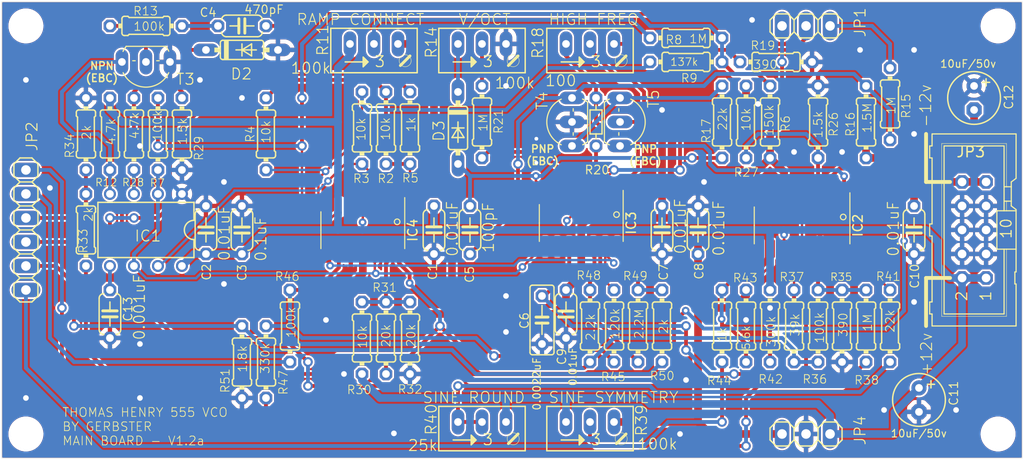
<source format=kicad_pcb>
(kicad_pcb (version 20211014) (generator pcbnew)
  (layers (0 "F.Cu" signal) (31 "B.Cu" signal) (34 "B.Paste" user) (35 "F.Paste" user) (36 "B.SilkS" user "B.Silkscreen") (37 "F.SilkS" user "F.Silkscreen") (38 "B.Mask" user) (39 "F.Mask" user) (44 "Edge.Cuts" user))
  (net 0 "")
  (net 1 "GND")
  (net 2 "+12V")
  (net 3 "-12V")
  (net 4 "Net-(IC2-Pad1)")
  (net 6 "Net-(IC2-Pad3)")
  (net 7 "Net-(IC2-Pad4)")
  (net 8 "Net-(C6-Pad1)")
  (net 9 "Net-(IC2-Pad9)")
  (net 10 "Net-(IC2-Pad10)")
  (net 11 "Net-(IC2-Pad13)")
  (net 13 "Net-(IC2-Pad16)")
  (net 14 "Net-(IC3-Pad1)")
  (net 15 "/MULTI-IN")
  (net 16 "Net-(C5-Pad1)")
  (net 17 "Net-(C5-Pad2)")
  (net 18 "Net-(IC1-Pad2)")
  (net 19 "Net-(IC3-Pad12)")
  (net 20 "Net-(IC3-Pad13)")
  (net 21 "Net-(IC3-Pad14)")
  (net 22 "Net-(IC4-Pad1)")
  (net 23 "Net-(IC4-Pad2)")
  (net 24 "Net-(IC1-Pad7)")
  (net 25 "Net-(IC4-Pad6)")
  (net 26 "Net-(IC4-Pad7)")
  (net 27 "Net-(IC4-Pad9)")
  (net 28 "Net-(IC4-Pad13)")
  (net 29 "Net-(IC4-Pad14)")
  (net 30 "/HARD-SYNC-IN")
  (net 31 "Net-(C4-Pad2)")
  (net 32 "Net-(C13-Pad2)")
  (net 33 "Net-(D2-PadC)")
  (net 34 "Net-(D3-PadC)")
  (net 35 "Net-(IC1-Pad3)")
  (net 36 "Net-(IC1-Pad4)")
  (net 37 "/LIN-FM")
  (net 38 "/SINE-OUT")
  (net 39 "/PULSE-OUT")
  (net 40 "/RAMP-OUT")
  (net 41 "/TRIANGLE-OUT")
  (net 42 "/PWM-IN")
  (net 43 "/PULSE-WIDTH")
  (net 44 "Net-(R11-PadS)")
  (net 45 "Net-(R14-PadS)")
  (net 46 "Net-(R17-Pad2)")
  (net 47 "Net-(R18-PadA)")
  (net 48 "Net-(R18-PadS)")
  (net 49 "Net-(R38-Pad1)")
  (net 50 "Net-(R40-PadE)")
  (footprint "" (layer "F.Cu") (at 199.9361 126.5936)
    (fp_text reference "@HOLE2" hide)
    (fp_text value "")
  )
  (footprint "mainboard:0204_7" (layer "F.Cu") (at 161.8361 115.1636 90)
    (fp_text reference "R49")
    (fp_text value "2.2M")
  )
  (footprint "Package_SO:SOIC-14_3.9x8.7mm_P1.27mm" (layer "F.Cu") (at 132.715 105.029 -90)
    (fp_text reference "IC4")
    (fp_text value "TL074P")
  )
  (footprint "mainboard:0204_7" (layer "F.Cu") (at 170.7261 115.1636 -90)
    (fp_text reference "R44")
    (fp_text value "1k")
  )
  (footprint "mainboard:C050-024X044" (layer "F.Cu") (at 168.1861 105.0036 90)
    (fp_text reference "C8")
    (fp_text value "0.01uF")
  )
  (footprint "mainboard:E2,5-6" (layer "F.Cu") (at 197.3961 91.0336 -90)
    (fp_text reference "C12")
    (fp_text value "10uF/50v")
  )
  (footprint "mainboard:0204_7" (layer "F.Cu") (at 156.7561 115.1636 -90)
    (fp_text reference "R48")
    (fp_text value "2.2k")
  )
  (footprint "mainboard:1X03" (layer "F.Cu") (at 179.6161 126.5936 180)
    (fp_text reference "JP4")
    (fp_text value "PINHD-1X3")
  )
  (footprint "mainboard:0204_7" (layer "F.Cu") (at 173.2661 115.1636 -90)
    (fp_text reference "R43")
    (fp_text value "5.6k")
  )
  (footprint "mainboard:ML10" (layer "F.Cu") (at 197.3961 105.0036 90)
    (fp_text reference "JP3")
    (fp_text value "ML10")
  )
  (footprint "mainboard:0204_7" (layer "F.Cu") (at 122.4661 94.8436 90)
    (fp_text reference "R4")
    (fp_text value "10k")
  )
  (footprint "mainboard:0204_7" (layer "F.Cu") (at 180.8861 93.5736 -90)
    (fp_text reference "R26")
    (fp_text value "1.5k")
  )
  (footprint "mainboard:RJ9W" (layer "F.Cu") (at 156.7561 85.9536)
    (fp_text reference "R18")
    (fp_text value "100")
  )
  (footprint "mainboard:C050-024X044" (layer "F.Cu") (at 119.9261 105.0036 -90)
    (fp_text reference "C3")
    (fp_text value "0.1uF")
  )
  (footprint "" (layer "F.Cu") (at 97.0661 83.4136)
    (fp_text reference "@HOLE0" hide)
    (fp_text value "")
  )
  (footprint "Package_SO:SOIC-14_3.9x8.7mm_P1.27mm" (layer "F.Cu") (at 155.829 104.267 -90)
    (fp_text reference "IC3")
    (fp_text value "TL074P")
  )
  (footprint "mainboard:0204_7" (layer "F.Cu") (at 122.4661 118.9736 90)
    (fp_text reference "R47")
    (fp_text value "330k")
  )
  (footprint "mainboard:0204_7" (layer "F.Cu") (at 175.8061 115.1636 -90)
    (fp_text reference "R42")
    (fp_text value "300k")
  )
  (footprint "mainboard:C050-024X044" (layer "F.Cu") (at 164.3761 105.0036 90)
    (fp_text reference "C7")
    (fp_text value "0.01uF")
  )
  (footprint "mainboard:0204_7" (layer "F.Cu") (at 135.1661 94.2086 -90)
    (fp_text reference "R2")
    (fp_text value "10k")
  )
  (footprint "mainboard:0204_7" (layer "F.Cu") (at 170.7261 93.5736 90)
    (fp_text reference "R17")
    (fp_text value "22k")
  )
  (footprint "mainboard:0204_7" (layer "F.Cu") (at 166.9161 84.6836 180)
    (fp_text reference "R8")
    (fp_text value "1M")
  )
  (footprint "mainboard:0204_7" (layer "F.Cu") (at 173.2661 93.5736 90)
    (fp_text reference "R27")
    (fp_text value "10k")
  )
  (footprint "mainboard:0204_7" (layer "F.Cu") (at 132.6261 94.2086 -90)
    (fp_text reference "R3")
    (fp_text value "10k")
  )
  (footprint "mainboard:DO35-7" (layer "F.Cu") (at 142.7861 94.2086 -90)
    (fp_text reference "D3")
    (fp_text value "1N4148DO35-7")
  )
  (footprint "mainboard:C050-024X044" (layer "F.Cu") (at 116.1161 105.0036 -90)
    (fp_text reference "C2")
    (fp_text value "0.01uF")
  )
  (footprint "Package_SO:SOIC-16_3.9x9.9mm_P1.27mm" (layer "F.Cu") (at 179.197 104.521 -90)
    (fp_text reference "IC2")
    (fp_text value "LM13700N")
  )
  (footprint "mainboard:0204_7" (layer "F.Cu") (at 145.3261 93.5736 -90)
    (fp_text reference "R21")
    (fp_text value "1M")
  )
  (footprint "mainboard:0204_7" (layer "F.Cu") (at 188.5061 91.6686 -90)
    (fp_text reference "R15")
    (fp_text value "1M")
  )
  (footprint "mainboard:0204_7" (layer "F.Cu") (at 111.0361 94.8436 90)
    (fp_text reference "R7")
    (fp_text value "100k")
  )
  (footprint "mainboard:0204_7" (layer "F.Cu") (at 185.9661 115.1636 90)
    (fp_text reference "R38")
    (fp_text value "1M")
  )
  (footprint "mainboard:C050-025X075" (layer "F.Cu") (at 151.6761 114.5286 -90)
    (fp_text reference "C6")
    (fp_text value "0.0022uF")
  )
  (footprint "mainboard:0204_7" (layer "F.Cu") (at 103.4161 105.0036 90)
    (fp_text reference "R33")
    (fp_text value "2k")
  )
  (footprint "mainboard:0204_7" (layer "F.Cu") (at 137.7061 116.4336 90)
    (fp_text reference "R32")
    (fp_text value "20k")
  )
  (footprint "" (layer "F.Cu") (at 97.0661 126.5936)
    (fp_text reference "@HOLE1" hide)
    (fp_text value "")
  )
  (footprint "mainboard:C050-024X044" (layer "F.Cu") (at 105.9561 113.8936 90)
    (fp_text reference "C13")
    (fp_text value "0.001uF")
  )
  (footprint "mainboard:0204_7" (layer "F.Cu") (at 132.6261 116.4336 90)
    (fp_text reference "R30")
    (fp_text value "10k")
  )
  (footprint "mainboard:C050-024X044" (layer "F.Cu") (at 119.9261 83.4136 180)
    (fp_text reference "C4")
    (fp_text value "470pF")
  )
  (footprint "mainboard:C050-024X044" (layer "F.Cu") (at 154.2161 113.8936 -90)
    (fp_text reference "C9")
    (fp_text value "0.01uF")
  )
  (footprint "mainboard:0204_7" (layer "F.Cu") (at 166.9161 87.2236 180)
    (fp_text reference "R9")
    (fp_text value "137k")
  )
  (footprint "mainboard:C050-024X044" (layer "F.Cu") (at 144.0561 105.0036 90)
    (fp_text reference "C5")
    (fp_text value "100pF")
  )
  (footprint "mainboard:0204_7" (layer "F.Cu") (at 164.3761 115.1636 -90)
    (fp_text reference "R50")
    (fp_text value "2k")
  )
  (footprint "mainboard:0204_7" (layer "F.Cu") (at 178.3461 115.1636 90)
    (fp_text reference "R37")
    (fp_text value "39k")
  )
  (footprint "mainboard:TO92-EBC" (layer "F.Cu") (at 109.7661 88.4936 180)
    (fp_text reference "T3")
    (fp_text value "-NPN-TO92-EBC")
  )
  (footprint "mainboard:0204_7" (layer "F.Cu") (at 135.1661 116.4336 -90)
    (fp_text reference "R31")
    (fp_text value "20k")
  )
  (footprint "mainboard:0204_7" (layer "F.Cu") (at 125.0061 115.1636 90)
    (fp_text reference "R46")
    (fp_text value "100k")
  )
  (footprint "mainboard:0204_7" (layer "F.Cu") (at 188.5061 115.1636 90)
    (fp_text reference "R41")
    (fp_text value "22k")
  )
  (footprint "mainboard:RJ9W" (layer "F.Cu") (at 156.7561 125.9586)
    (fp_text reference "R39")
    (fp_text value "100k")
  )
  (footprint "mainboard:0204_7" (layer "F.Cu") (at 105.9561 94.8436 90)
    (fp_text reference "R12")
    (fp_text value "4.7k")
  )
  (footprint "mainboard:0204_7" (layer "F.Cu") (at 103.4161 94.8436 -90)
    (fp_text reference "R34")
    (fp_text value "2k")
  )
  (footprint "mainboard:TO92-EBC" (layer "F.Cu") (at 153.5811 93.5736 90)
    (fp_text reference "T4")
    (fp_text value "-PNP-TO92-EBC")
  )
  (footprint "mainboard:C050-024X044" (layer "F.Cu") (at 191.0461 105.0036 -90)
    (fp_text reference "C10")
    (fp_text value "0.01uF")
  )
  (footprint "mainboard:0204_7" (layer "F.Cu") (at 137.7061 94.2086 90)
    (fp_text reference "R5")
    (fp_text value "1k")
  )
  (footprint "mainboard:DO35-7" (layer "F.Cu") (at 119.9261 85.9536)
    (fp_text reference "D2")
    (fp_text value "1N4148DO35-7")
  )
  (footprint "mainboard:1X03" (layer "F.Cu") (at 179.6161 83.4136)
    (fp_text reference "JP1")
    (fp_text value "PINHD-1X3")
  )
  (footprint "mainboard:0204_7" (layer "F.Cu") (at 180.8861 115.1636 -90)
    (fp_text reference "R36")
    (fp_text value "100k")
  )
  (footprint "mainboard:E2,5-6" (layer "F.Cu") (at 191.5668 122.9868 -90)
    (fp_text reference "C11")
    (fp_text value "10uF/50v")
  )
  (footprint "mainboard:0204_7" (layer "F.Cu") (at 176.4411 87.2236 180)
    (fp_text reference "R19")
    (fp_text value "390")
  )
  (footprint "mainboard:RJ9W" (layer "F.Cu") (at 145.3261 125.9586)
    (fp_text reference "R40")
    (fp_text value "25k")
  )
  (footprint "mainboard:0204_7" (layer "F.Cu") (at 119.9261 118.9736 90)
    (fp_text reference "R51")
    (fp_text value "1.8k")
  )
  (footprint "mainboard:0204_7" (layer "F.Cu") (at 113.5761 94.8436 90)
    (fp_text reference "R29")
    (fp_text value "1.5k")
  )
  (footprint "mainboard:TO92-EBC" (layer "F.Cu") (at 161.2011 93.5736 -90)
    (fp_text reference "T5")
    (fp_text value "-PNP-TO92-EBC")
  )
  (footprint "" (layer "F.Cu") (at 199.9361 83.4136)
    (fp_text reference "@HOLE3" hide)
    (fp_text value "")
  )
  (footprint "mainboard:R-5" (layer "F.Cu") (at 157.3911 93.5736 -90)
    (fp_text reference "R20")
    (fp_text value "2k")
  )
  (footprint "mainboard:0204_7" (layer "F.Cu") (at 159.2961 115.1636 90)
    (fp_text reference "R45")
    (fp_text value "120k")
  )
  (footprint "mainboard:0204_7" (layer "F.Cu") (at 109.7661 83.4136 180)
    (fp_text reference "R13")
    (fp_text value "100k")
  )
  (footprint "mainboard:0204_7" (layer "F.Cu") (at 108.4961 94.8436 90)
    (fp_text reference "R28")
    (fp_text value "4.7k")
  )
  (footprint "mainboard:0204_7" (layer "F.Cu") (at 175.8061 93.5736 90)
    (fp_text reference "R6")
    (fp_text value "150k")
  )
  (footprint "mainboard:DIL08" (layer "F.Cu") (at 109.7661 105.0036 180)
    (fp_text reference "IC1")
    (fp_text value "555N")
  )
  (footprint "mainboard:C050-024X044" (layer "F.Cu") (at 140.2461 105.0036 90)
    (fp_text reference "C1")
    (fp_text value "0.01uF")
  )
  (footprint "mainboard:0204_7" (layer "F.Cu") (at 185.9661 93.5736 90)
    (fp_text reference "R16")
    (fp_text value "1.5M")
  )
  (footprint "mainboard:0204_7" (layer "F.Cu") (at 183.4261 115.1636 90)
    (fp_text reference "R35")
    (fp_text value "390")
  )
  (footprint "mainboard:RJ9W" (layer "F.Cu") (at 145.3261 85.9536)
    (fp_text reference "R14")
    (fp_text value "100k")
  )
  (footprint "mainboard:1X06" (layer "F.Cu") (at 97.0661 105.0036 90)
    (fp_text reference "JP2")
    (fp_text value "PINHD-1X6")
  )
  (footprint "mainboard:RJ9W" (layer "F.Cu") (at 133.8961 85.9536)
    (fp_text reference "R11")
    (fp_text value "100k")
  )
  (gr_line (start 192.3161 115.1636) (end 192.3161 110.0836) (layer "F.SilkS") (width 0.4064))
  (gr_line (start 192.3161 99.9236) (end 192.3161 94.8436) (layer "F.SilkS") (width 0.4064))
  (gr_line (start 192.3161 110.0836) (end 194.8561 110.0836) (layer "F.SilkS") (width 0.4064))
  (gr_circle (center 159.5628 103.378) (end 159.8168 103.5304) (layer "F.SilkS") (width 0.12) (fill none))
  (gr_circle (center 136.3472 104.14) (end 136.6012 104.2924) (layer "F.SilkS") (width 0.12) (fill none))
  (gr_circle (center 183.548988 103.632) (end 183.802988 103.7844) (layer "F.SilkS") (width 0.12) (fill none))
  (gr_line (start 194.8561 99.9236) (end 192.3161 99.9236) (layer "F.SilkS") (width 0.4064))
  (gr_line (start 202.4761 80.8736) (end 94.5261 80.8736) (layer "Edge.Cuts") (width 0.05))
  (gr_line (start 94.5261 80.8736) (end 94.5261 129.1336) (layer "Edge.Cuts") (width 0.05))
  (gr_line (start 202.4761 129.1336) (end 202.4761 80.8736) (layer "Edge.Cuts") (width 0.05))
  (gr_line (start 94.5261 129.1336) (end 202.4761 129.1336) (layer "Edge.Cuts") (width 0.05))
  (gr_text "SINE ROUND" (at 138.9761 123.4186) (layer "F.SilkS") (effects (font (size 1.1684 1.1684) (thickness 0.1016)) (justify left bottom)))
  (gr_text "SINE SYMMETRY" (at 152.3111 123.4186) (layer "F.SilkS") (effects (font (size 1.1684 1.1684) (thickness 0.1016)) (justify left bottom)))
  (gr_text "-12v" (at 192.9511 94.2086 90) (layer "F.SilkS") (effects (font (size 1.1684 1.1684) (thickness 0.1016)) (justify left bottom)))
  (gr_text "RAMP CONNECT" (at 125.6411 83.4136) (layer "F.SilkS") (effects (font (size 1.1684 1.1684) (thickness 0.1016)) (justify left bottom)))
  (gr_text "HIGH FREQ" (at 152.3111 83.4136) (layer "F.SilkS") (effects (font (size 1.1684 1.1684) (thickness 0.1016)) (justify left bottom)))
  (gr_text "THOMAS HENRY 555 VCO \nBY GERBSTER\nMAIN BOARD - V1.2a" (at 100.8761 127.8636) (layer "F.SilkS") (effects (font (size 0.93472 0.93472) (thickness 0.08128)) (justify left bottom)))
  (gr_text "+12v" (at 191.6811 115.7986 90) (layer "F.SilkS") (effects (font (size 1.1684 1.1684) (thickness 0.1016)) (justify right top)))
  (gr_text "PNP\n(EBC)" (at 151.7396 97.0788) (layer "F.SilkS") (effects (font (size 0.8 0.8))))
  (gr_text "NPN\n(EBC)" (at 105.1052 88.2904) (layer "F.SilkS") (effects (font (size 0.8 0.8))))
  (gr_text "PNP\n(EBC)" (at 162.6108 97.0788) (layer "F.SilkS") (effects (font (size 0.8 0.8))))
  (gr_text "V/OCT " (at 142.7861 83.4136) (layer "F.SilkS") (effects (font (size 1.1684 1.1684) (thickness 0.1016)) (justify left bottom)))
  (segment (start 151.6761 93.5736) (end 147.8661 89.7636) (width 0.25) (layer "F.Cu") (net 1))
  (segment (start 154.559 101.3714) (end 151.0792 97.8916) (width 0.25) (layer "F.Cu") (net 1))
  (segment (start 154.8511 93.5736) (end 151.6888 93.5736) (width 0.25) (layer "F.Cu") (net 1))
  (segment (start 151.6888 94.742) (end 151.6888 93.5736) (width 0.25) (layer "F.Cu") (net 1))
  (segment (start 151.0792 95.3516) (end 151.6888 94.742) (width 0.25) (layer "F.Cu") (net 1))
  (segment (start 151.6888 93.5736) (end 151.6761 93.5736) (width 0.25) (layer "F.Cu") (net 1))
  (segment (start 154.559 101.792) (end 154.559 101.3714) (width 0.25) (layer "F.Cu") (net 1))
  (via (at 128.8161 114.5286) (size 1.0064) (drill 0.6) (layers "F.Cu" "B.Cu") (net 1))
  (via (at 99.6061 100.5586) (size 1.0064) (drill 0.6) (layers "F.Cu" "B.Cu") (net 1))
  (via (at 191.0461 85.9536) (size 1.0064) (drill 0.6) (layers "F.Cu" "B.Cu") (net 1))
  (via (at 109.1311 122.7836) (size 1.0064) (drill 0.6) (layers "F.Cu" "B.Cu") (net 1))
  (via (at 109.1311 96.1136) (size 1.0064) (drill 0.6) (layers "F.Cu" "B.Cu") (net 1))
  (via (at 109.1311 117.0686) (size 1.0064) (drill 0.6) (layers "F.Cu" "B.Cu") (net 1))
  (via (at 119.9261 91.0336) (size 1.0064) (drill 0.6) (layers "F.Cu" "B.Cu") (net 1))
  (via (at 166.9161 120.8786) (size 1.0064) (drill 0.6) (layers "F.Cu" "B.Cu") (net 1))
  (via (at 130.7211 120.2436) (size 1.0064) (drill 0.6) (layers "F.Cu" "B.Cu") (net 1))
  (via (at 147.8661 111.9886) (size 1.0064) (drill 0.6) (layers "F.Cu" "B.Cu") (net 1))
  (via (at 191.0461 112.6236) (size 1.0064) (drill 0.6) (layers "F.Cu" "B.Cu") (net 1))
  (via (at 115.4811 89.1286) (size 1.0064) (drill 0.6) (layers "F.Cu" "B.Cu") (net 1))
  (via (at 178.3461 96.7486) (size 1.0064) (drill 0.6) (layers "F.Cu" "B.Cu") (net 1))
  (via (at 147.8661 89.7636) (size 1.0064) (drill 0.6) (layers "F.Cu" "B.Cu") (net 1))
  (via (at 185.3311 85.9536) (size 1.0064) (drill 0.6) (layers "F.Cu" "B.Cu") (net 1))
  (via (at 151.0792 97.8916) (size 0.8) (drill 0.4) (layers "F.Cu" "B.Cu") (net 1))
  (via (at 175.8061 113.2586) (size 1.0064) (drill 0.6) (layers "F.Cu" "B.Cu") (net 1))
  (via (at 173.2661 114.5286) (size 1.0064) (drill 0.6) (layers "F.Cu" "B.Cu") (net 1))
  (via (at 118.0211 110.7186) (size 1.0064) (drill 0.6) (layers "F.Cu" "B.Cu") (net 1))
  (via (at 97.0661 122.7836) (size 1.0064) (drill 0.6) (layers "F.Cu" "B.Cu") (net 1))
  (via (at 187.8711 124.0536) (size 1.0064) (drill 0.6) (layers "F.Cu" "B.Cu") (net 1))
  (via (at 151.0792 95.3516) (size 0.8) (drill 0.4) (layers "F.Cu" "B.Cu") (net 1))
  (via (at 164.3761 92.3036) (size 1.0064) (drill 0.6) (layers "F.Cu" "B.Cu") (net 1))
  (via (at 136.0061 126.5286) (size 1.0064) (drill 0.6) (layers "F.Cu" "B.Cu") (net 1))
  (via (at 195.4911 124.0536) (size 1.0064) (drill 0.6) (layers "F.Cu" "B.Cu") (net 1))
  (via (at 173.9011 82.7786) (size 1.0064) (drill 0.6) (layers "F.Cu" "B.Cu") (net 1))
  (via (at 166.2811 126.5936) (size 1.0064) (drill 0.6) (layers "F.Cu" "B.Cu") (net 1))
  (via (at 147.8661 115.7986) (size 1.0064) (drill 0.6) (layers "F.Cu" "B.Cu") (net 1))
  (via (at 118.0211 99.9236) (size 1.0064) (drill 0.6) (layers "F.Cu" "B.Cu") (net 1))
  (via (at 183.4261 96.7486) (size 1.0064) (drill 0.6) (layers "F.Cu" "B.Cu") (net 1))
  (via (at 191.0461 94.8436) (size 1.0064) (drill 0.6) (layers "F.Cu" "B.Cu") (net 1))
  (via (at 97.0661 89.1286) (size 1.0064) (drill 0.6) (layers "F.Cu" "B.Cu") (net 1))
  (via (at 174.5361 91.6686) (size 1.0064) (drill 0.6) (layers "F.Cu" "B.Cu") (net 1))
  (via (at 168.8211 99.9236) (size 1.0064) (drill 0.6) (layers "F.Cu" "B.Cu") (net 1))
  (segment (start 151.13 95.4024) (end 151.0792 95.3516) (width 0.25) (layer "B.Cu") (net 1))
  (segment (start 151.0792 95.5548) (end 151.13 95.504) (width 0.25) (layer "B.Cu") (net 1))
  (segment (start 151.13 95.504) (end 151.13 95.4024) (width 0.25) (layer "B.Cu") (net 1))
  (segment (start 151.0792 97.8916) (end 151.0792 95.5548) (width 0.25) (layer "B.Cu") (net 1))
  (segment (start 173.2661 91.0336) (end 171.9961 92.3036) (width 0.8128) (layer "F.Cu") (net 2))
  (segment (start 155.829 102.489) (end 154.305 104.013) (width 0.25) (layer "F.Cu") (net 2))
  (segment (start 177.292 106.996) (end 177.292 105.5116) (width 0.25) (layer "F.Cu") (net 2))
  (segment (start 171.9961 92.3036) (end 167.5511 92.3036) (width 0.8128) (layer "F.Cu") (net 2))
  (segment (start 173.2661 89.7636) (end 173.2661 91.0336) (width 0.8128) (layer "F.Cu") (net 2))
  (segment (start 167.5511 92.3036) (end 164.3761 95.4786) (width 0.8128) (layer "F.Cu") (net 2))
  (segment (start 132.715 104.1654) (end 132.6896 104.1908) (width 0.25) (layer "F.Cu") (net 2))
  (segment (start 132.715 102.554) (end 132.715 104.1654) (width 0.25) (layer "F.Cu") (net 2))
  (segment (start 164.3761 95.4786) (end 164.3761 102.4636) (width 0.8128) (layer "F.Cu") (net 2))
  (via (at 177.292 105.5116) (size 0.8) (drill 0.4) (layers "F.Cu" "B.Cu") (net 2))
  (via (at 154.305 104.013) (size 0.8) (drill 0.4) (layers "F.Cu" "B.Cu") (net 2))
  (via (at 132.6896 104.1908) (size 0.8) (drill 0.4) (layers "F.Cu" "B.Cu") (net 2))
  (segment (start 188.983411 126.382989) (end 188.983411 124.300189) (width 0.8128) (layer "B.Cu") (net 2))
  (segment (start 130.0861 87.8586) (end 131.3561 86.5886) (width 0.8128) (layer "B.Cu") (net 2))
  (segment (start 162.4711 122.7836) (end 163.1061 123.4186) (width 0.8128) (layer "B.Cu") (net 2))
  (segment (start 154.2161 122.7836) (end 147.8661 122.7836) (width 0.8128) (layer "B.Cu") (net 2))
  (segment (start 197.3961 110.0836) (end 196.1261 110.0836) (width 0.8128) (layer "B.Cu") (net 2))
  (segment (start 116.1161 107.5436) (end 114.8461 107.5436) (width 0.8128) (layer "B.Cu") (net 2))
  (segment (start 188.983411 124.300189) (end 191.5668 121.7168) (width 0.8128) (layer "B.Cu") (net 2))
  (segment (start 154.2161 105.0036) (end 140.2461 105.0036) (width 0.8128) (layer "B.Cu") (net 2))
  (segment (start 114.8461 107.5436) (end 113.5761 108.8136) (width 0.8128) (layer "B.Cu") (net 2))
  (segment (start 180.8861 123.4186) (end 182.1561 124.6886) (width 0.8128) (layer "B.Cu") (net 2))
  (segment (start 132.6896 105.0036) (end 130.0861 105.0036) (width 0.8128) (layer "B.Cu") (net 2))
  (segment (start 196.1261 110.0836) (end 194.8561 110.0836) (width 0.8128) (layer "B.Cu") (net 2))
  (segment (start 192.3161 105.0036) (end 177.2666 105.0036) (width 0.8128) (layer "B.Cu") (net 2))
  (segment (start 105.9561 91.0336) (end 105.9561 92.3036) (width 0.8128) (layer "B.Cu") (net 2))
  (segment (start 140.2461 105.0036) (end 140.2461 102.4636) (width 0.8128) (layer "B.Cu") (net 2))
  (segment (start 132.6261 120.8786) (end 134.5311 122.7836) (width 0.8128) (layer "B.Cu") (net 2))
  (segment (start 188.7728 126.5936) (end 188.983411 126.382989) (width 0.8128) (layer "B.Cu") (net 2))
  (segment (start 140.2461 105.0036) (end 132.6896 105.0036) (width 0.8128) (layer "B.Cu") (net 2))
  (segment (start 132.6896 104.1908) (end 132.6896 105.0036) (width 0.25) (layer "B.Cu") (net 2))
  (segment (start 154.2161 122.7836) (end 162.4711 122.7836) (width 0.8128) (layer "B.Cu") (net 2))
  (segment (start 191.5668 121.7168) (end 196.1261 117.1575) (width 0.8128) (layer "B.Cu") (net 2))
  (segment (start 175.8061 108.8136) (end 175.8061 105.0036) (width 0.8128) (layer "B.Cu") (net 2))
  (segment (start 177.292 105.5116) (end 177.292 105.029) (width 0.25) (layer "B.Cu") (net 2))
  (segment (start 130.2423 103.0059) (end 130.0861 103.1621) (width 0.25) (layer "B.Cu") (net 2))
  (segment (start 154.2161 104.1019) (end 154.2161 105.0036) (width 0.25) (layer "B.Cu") (net 2))
  (segment (start 177.292 105.029) (end 177.2666 105.0036) (width 0.25) (layer "B.Cu") (net 2))
  (segment (start 194.8561 110.0836) (end 193.5861 108.8136) (width 0.8128) (layer "B.Cu") (net 2))
  (segment (start 175.8061 105.0036) (end 164.3761 105.0036) (width 0.8128) (layer "B.Cu") (net 2))
  (segment (start 130.0861 101.1936) (end 130.0861 93.5736) (width 0.8128) (layer "B.Cu") (net 2))
  (segment (start 182.1561 126.5936) (end 188.7728 126.5936) (width 0.8128) (layer "B.Cu") (net 2))
  (segment (start 193.5861 106.2736) (end 192.3161 105.0036) (width 0.8128) (layer "B.Cu") (net 2))
  (segment (start 134.5311 122.7836) (end 147.8661 122.7836) (width 0.8128) (layer "B.Cu") (net 2))
  (segment (start 197.3961 110.0836) (end 198.6661 110.0836) (width 0.8128) (layer "B.Cu") (net 2))
  (segment (start 130.0861 93.5736) (end 130.0861 87.8586) (width 0.8128) (layer "B.Cu") (net 2))
  (segment (start 154.305 104.013) (end 154.2161 104.1019) (width 0.25) (layer "B.Cu") (net 2))
  (segment (start 177.2666 105.0036) (end 175.8061 105.0036) (width 0.8128) (layer "B.Cu") (net 2))
  (segment (start 119.9261 107.5436) (end 116.1161 107.5436) (width 0.8128) (layer "B.Cu") (net 2))
  (segment (start 182.1561 124.6886) (end 182.1561 126.5936) (width 0.8128) (layer "B.Cu") (net 2))
  (segment (start 132.6261 120.2436) (end 132.6261 120.8786) (width 0.8128) (layer "B.Cu") (net 2))
  (segment (start 164.3761 105.0036) (end 154.2161 105.0036) (width 0.8128) (layer "B.Cu") (net 2))
  (segment (start 193.5861 108.8136) (end 193.5861 106.2736) (width 0.8128) (layer "B.Cu") (net 2))
  (segment (start 105.9561 92.3036) (end 107.2261 93.5736) (width 0.8128) (layer "B.Cu") (net 2))
  (segment (start 107.2261 93.5736) (end 130.0861 93.5736) (width 0.8128) (layer "B.Cu") (net 2))
  (segment (start 175.8061 111.3536) (end 175.8061 108.8136) (width 0.8128) (layer "B.Cu") (net 2))
  (segment (start 163.1061 123.4186) (end 180.8861 123.4186) (width 0.8128) (layer "B.Cu") (net 2))
  (segment (start 131.3561 86.5886) (end 131.3561 85.3186) (width 0.8128) (layer "B.Cu") (net 2))
  (segment (start 196.1261 117.1575) (end 196.1261 110.0836) (width 0.8128) (layer "B.Cu") (net 2))
  (segment (start 122.4661 105.0036) (end 119.9261 107.5436) (width 0.8128) (layer "B.Cu") (net 2))
  (segment (start 130.0861 105.0036) (end 122.4661 105.0036) (width 0.8128) (layer "B.Cu") (net 2))
  (segment (start 154.2161 125.3236) (end 154.2161 122.7836) (width 0.8128) (layer "B.Cu") (net 2))
  (segment (start 164.3761 102.4636) (end 164.3761 105.0036) (width 0.8128) (layer "B.Cu") (net 2))
  (segment (start 130.0861 103.1621) (end 130.0861 105.0036) (width 0.8128) (layer "B.Cu") (net 2))
  (segment (start 147.8661 125.3236) (end 147.8661 122.7836) (width 0.8128) (layer "B.Cu") (net 2))
  (segment (start 130.0861 101.1936) (end 130.0861 103.1621) (width 0.8128) (layer "B.Cu") (net 2))
  (segment (start 185.9661 94.8436) (end 184.6961 93.5736) (width 0.8128) (layer "F.Cu") (net 3))
  (segment (start 155.829 107.7295) (end 155.829 109.7407) (width 0.8128) (layer "F.Cu") (net 3))
  (segment (start 171.196 101.092) (end 171.196 102.362) (width 0.8128) (layer "F.Cu") (net 3))
  (segment (start 166.9161 103.7336) (end 156.6164 103.7336) (width 0.8128) (layer "F.Cu") (net 3))
  (segment (start 168.1861 113.2586) (end 171.9961 113.2586) (width 0.8128) (layer "F.Cu") (net 3))
  (segment (start 152.9461 113.8936) (end 154.2161 112.6236) (width 0.8128) (layer "F.Cu") (net 3))
  (segment (start 130.556 113.411) (end 130.556 111.76) (width 0.8128) (layer "F.Cu") (net 3))
  (segment (start 197.3961 99.9236) (end 196.1261 99.9236) (width 0.8128) (layer "F.Cu") (net 3))
  (segment (start 138.9761 114.5286) (end 131.6736 114.5286) (width 0.8128) (layer "F.Cu") (net 3))
  (segment (start 169.4561 126.5936) (end 168.1861 125.3236) (width 0.8128) (layer "F.Cu") (net 3))
  (segment (start 169.4561 103.7336) (end 168.1861 105.0036) (width 0.8128) (layer "F.Cu") (net 3))
  (segment (start 142.1511 113.8936) (end 152.9461 113.8936) (width 0.8128) (layer "F.Cu") (net 3))
  (segment (start 155.829 104.521) (end 155.829 107.7295) (width 0.8128) (layer "F.Cu") (net 3))
  (segment (start 132.715 109.601) (end 132.715 108.4915) (width 0.8128) (layer "F.Cu") (net 3))
  (segment (start 136.4361 85.3186) (end 138.3411 85.3186) (width 0.8128) (layer "F.Cu") (net 3))
  (segment (start 140.2461 99.2886) (end 142.1511 101.1936) (width 0.8128) (layer "F.Cu") (net 3))
  (segment (start 131.6736 114.5286) (end 130.556 113.411) (width 0.8128) (layer "F.Cu") (net 3))
  (segment (start 156.6164 103.7336) (end 155.829 104.521) (width 0.8128) (layer "F.Cu") (net 3))
  (segment (start 191.0461 102.4636) (end 191.0461 99.9236) (width 0.8128) (layer "F.Cu") (net 3))
  (segment (start 154.2161 112.6236) (end 154.2161 111.3536) (width 0.8128) (layer "F.Cu") (net 3))
  (segment (start 198.6661 99.9236) (end 197.3961 99.9236) (width 0.8128) (layer "F.Cu") (net 3))
  (segment (start 175.8061 94.8436) (end 175.8061 97.3836) (width 0.8128) (layer "F.Cu") (net 3))
  (segment (start 196.1261 99.9236) (end 191.0461 99.9236) (width 0.8128) (layer "F.Cu") (net 3))
  (segment (start 197.3961 92.3036) (end 197.3961 99.9236) (width 0.8128) (layer "F.Cu") (net 3))
  (segment (start 191.0461 99.9236) (end 188.5061 97.3836) (width 0.8128) (layer "F.Cu") (net 3))
  (segment (start 168.1861 113.2586) (end 168.1861 107.5436) (width 0.8128) (layer "F.Cu") (net 3))
  (segment (start 177.0761 126.5936) (end 169.4561 126.5936) (width 0.8128) (layer "F.Cu") (net 3))
  (segment (start 171.196 102.362) (end 169.8244 103.7336) (width 0.8128) (layer "F.Cu") (net 3))
  (segment (start 188.5061 97.3836) (end 185.9661 97.3836) (width 0.8128) (layer "F.Cu") (net 3))
  (segment (start 168.1861 107.5436) (end 168.1861 105.0036) (width 0.8128) (layer "F.Cu") (net 3))
  (segment (start 168.1861 105.0036) (end 166.9161 103.7336) (width 0.8128) (layer "F.Cu") (net 3))
  (segment (start 177.292 98.8695) (end 177.292 101.0585) (width 0.8128) (layer "F.Cu") (net 3))
  (segment (start 175.8061 97.3836) (end 174.3837 98.806) (width 0.8128) (layer "F.Cu") (net 3))
  (segment (start 173.482 98.806) (end 171.196 101.092) (width 0.8128) (layer "F.Cu") (net 3))
  (segment (start 139.6111 113.8936) (end 138.9761 114.5286) (width 0.8128) (layer "F.Cu") (net 3))
  (segment (start 142.1511 113.8936) (end 139.6111 113.8936) (width 0.8128) (layer "F.Cu") (net 3))
  (segment (start 159.2961 125.3236) (end 168.1861 125.3236) (width 0.8128) (layer "F.Cu") (net 3))
  (segment (start 184.6961 93.5736) (end 177.0761 93.5736) (width 0.8128) (layer "F.Cu") (net 3))
  (segment (start 171.9961 113.2586) (end 173.2661 111.9886) (width 0.8128) (layer "F.Cu") (net 3))
  (segment (start 169.8244 103.7336) (end 169.4561 103.7336) (width 0.8128) (layer "F.Cu") (net 3))
  (segment (start 155.829 109.7407) (end 154.2161 111.3536) (width 0.8128) (layer "F.Cu") (net 3))
  (segment (start 185.9661 97.3836) (end 185.9661 94.8436) (width 0.8128) (layer "F.Cu") (net 3))
  (segment (start 140.2461 87.2236) (end 140.2461 99.2886) (width 0.8128) (layer "F.Cu") (net 3))
  (segment (start 130.556 111.76) (end 132.715 109.601) (width 0.8128) (layer "F.Cu") (net 3))
  (segment (start 177.0761 93.5736) (end 175.8061 94.8436) (width 0.8128) (layer "F.Cu") (net 3))
  (segment (start 142.1511 101.1936) (end 142.1511 113.8936) (width 0.8128) (layer "F.Cu") (net 3))
  (segment (start 138.3411 85.3186) (end 140.2461 87.2236) (width 0.8128) (layer "F.Cu") (net 3))
  (segment (start 175.8061 97.3836) (end 177.292 98.8695) (width 0.8128) (layer "F.Cu") (net 3))
  (segment (start 168.1861 125.3236) (end 168.1861 113.2586) (width 0.8128) (layer "F.Cu") (net 3))
  (segment (start 173.2661 111.3536) (end 173.2661 111.9886) (width 0.8128) (layer "F.Cu") (net 3))
  (segment (start 174.3837 98.806) (end 173.482 98.806) (width 0.8128) (layer "F.Cu") (net 3))
  (segment (start 183.642 99.314) (end 183.642 101.0585) (width 0.4064) (layer "F.Cu") (net 4))
  (via (at 183.642 99.314) (size 0.8) (drill 0.4) (layers "F.Cu" "B.Cu") (net 4))
  (segment (start 159.9311 96.1136) (end 168.8211 96.1136) (width 0.4064) (layer "B.Cu") (net 4))
  (segment (start 169.4561 96.7486) (end 169.4561 98.0186) (width 0.4064) (layer "B.Cu") (net 4))
  (segment (start 182.88 98.679) (end 183.007 98.679) (width 0.4064) (layer "B.Cu") (net 4))
  (segment (start 183.007 98.679) (end 183.642 99.314) (width 0.4064) (layer "B.Cu") (net 4))
  (segment (start 169.4561 98.0186) (end 170.0911 98.6536) (width 0.4064) (layer "B.Cu") (net 4))
  (segment (start 168.8211 96.1136) (end 169.4561 96.7486) (width 0.4064) (layer "B.Cu") (net 4))
  (segment (start 170.18 98.679) (end 182.88 98.679) (width 0.4064) (layer "B.Cu") (net 4))
  (segment (start 113.5761 90.3986) (end 112.9411 89.7636) (width 0.4064) (layer "F.Cu") (net 6))
  (segment (start 112.9411 116.4336) (end 124.3711 116.4336) (width 0.4064) (layer "F.Cu") (net 6))
  (segment (start 165.0111 120.8786) (end 165.6461 120.2436) (width 0.4064) (layer "F.Cu") (net 6))
  (segment (start 124.3711 116.4336) (end 126.9111 118.9736) (width 0.4064) (layer "F.Cu") (net 6))
  (segment (start 165.6461 114.7699) (end 166.878 113.538) (width 0.4064) (layer "F.Cu") (net 6))
  (segment (start 189.992 106.172) (end 189.97978 106.15978) (width 0.4064) (layer "F.Cu") (net 6))
  (segment (start 188.043089 98.508089) (end 183.148722 98.508089) (width 0.4064) (layer "F.Cu") (net 6))
  (segment (start 107.2261 95.4786) (end 107.2261 110.7186) (width 0.4064) (layer "F.Cu") (net 6))
  (segment (start 126.9111 121.5136) (end 140.2461 121.5136) (width 0.4064) (layer "F.Cu") (net 6))
  (segment (start 189.97978 106.15978) (end 189.97978 100.44478) (width 0.4064) (layer "F.Cu") (net 6))
  (segment (start 140.2461 121.5136) (end 141.5161 120.2436) (width 0.4064) (layer "F.Cu") (net 6))
  (segment (start 108.4961 94.2086) (end 107.2261 95.4786) (width 0.4064) (layer "F.Cu") (net 6))
  (segment (start 189.97978 100.44478) (end 188.043089 98.508089) (width 0.4064) (layer "F.Cu") (net 6))
  (segment (start 144.0561 120.8786) (end 165.0111 120.8786) (width 0.4064) (layer "F.Cu") (net 6))
  (segment (start 165.6461 120.2436) (end 165.6461 114.7699) (width 0.4064) (layer "F.Cu") (net 6))
  (segment (start 108.4961 91.0336) (end 108.4961 90.3986) (width 0.4064) (layer "F.Cu") (net 6))
  (segment (start 183.148722 98.508089) (end 181.102 100.554811) (width 0.4064) (layer "F.Cu") (net 6))
  (segment (start 143.4211 120.2436) (end 144.0561 120.8786) (width 0.4064) (layer "F.Cu") (net 6))
  (segment (start 181.102 100.554811) (end 181.102 101.0585) (width 0.4064) (layer "F.Cu") (net 6))
  (segment (start 113.5761 91.0336) (end 113.5761 90.3986) (width 0.4064) (layer "F.Cu") (net 6))
  (segment (start 141.5161 120.2436) (end 143.4211 120.2436) (width 0.4064) (layer "F.Cu") (net 6))
  (segment (start 108.4961 91.0336) (end 108.4961 94.2086) (width 0.4064) (layer "F.Cu") (net 6))
  (segment (start 112.9411 89.7636) (end 109.1311 89.7636) (width 0.4064) (layer "F.Cu") (net 6))
  (segment (start 108.4961 90.3986) (end 109.1311 89.7636) (width 0.4064) (layer "F.Cu") (net 6))
  (segment (start 107.2261 110.7186) (end 112.9411 116.4336) (width 0.4064) (layer "F.Cu") (net 6))
  (via (at 126.9111 118.9736) (size 1.0064) (drill 0.6) (layers "F.Cu" "B.Cu") (net 6))
  (via (at 189.992 106.172) (size 0.8) (drill 0.4) (layers "F.Cu" "B.Cu") (net 6))
  (via (at 126.9111 121.5136) (size 1.0064) (drill 0.6) (layers "F.Cu" "B.Cu") (net 6))
  (via (at 166.878 113.538) (size 0.8) (drill 0.4) (layers "F.Cu" "B.Cu") (net 6))
  (segment (start 188.092289 115.437711) (end 189.992 113.538) (width 0.4064) (layer "B.Cu") (net 6))
  (segment (start 189.97978 113.52578) (end 189.97978 106.18422) (width 0.4064) (layer "B.Cu") (net 6))
  (segment (start 126.9111 118.9736) (end 126.9111 121.5136) (width 0.4064) (layer "B.Cu") (net 6))
  (segment (start 189.97978 106.18422) (end 189.992 106.172) (width 0.4064) (layer "B.Cu") (net 6))
  (segment (start 189.992 113.538) (end 189.97978 113.52578) (width 0.4064) (layer "B.Cu") (net 6))
  (segment (start 166.878 113.538) (end 168.777711 115.437711) (width 0.4064) (layer "B.Cu") (net 6))
  (segment (start 168.777711 115.437711) (end 188.092289 115.437711) (width 0.4064) (layer "B.Cu") (net 6))
  (segment (start 180.8861 97.3836) (end 180.8861 99.2759) (width 0.4064) (layer "F.Cu") (net 7))
  (segment (start 179.832 100.33) (end 179.832 102.046) (width 0.4064) (layer "F.Cu") (net 7))
  (segment (start 180.8861 99.2759) (end 179.832 100.33) (width 0.4064) (layer "F.Cu") (net 7))
  (segment (start 173.2661 96.1136) (end 173.2661 97.3836) (width 0.4064) (layer "B.Cu") (net 7))
  (segment (start 180.8861 96.1136) (end 179.6161 94.8436) (width 0.4064) (layer "B.Cu") (net 7))
  (segment (start 180.8861 97.3836) (end 180.8861 96.1136) (width 0.4064) (layer "B.Cu") (net 7))
  (segment (start 179.6161 94.8436) (end 174.5361 94.8436) (width 0.4064) (layer "B.Cu") (net 7))
  (segment (start 174.5361 94.8436) (end 173.2661 96.1136) (width 0.4064) (layer "B.Cu") (net 7))
  (segment (start 179.18972 109.39052) (end 179.6161 109.8169) (width 0.25) (layer "F.Cu") (net 8))
  (segment (start 171.9961 120.2436) (end 178.9811 120.2436) (width 0.4064) (layer "F.Cu") (net 8))
  (segment (start 154.559 109.347) (end 154.559 107.7295) (width 0.4064) (layer "F.Cu") (net 8))
  (segment (start 151.6761 111.9886) (end 151.9174 111.9886) (width 0.4064) (layer "F.Cu") (net 8))
  (segment (start 151.9174 111.9886) (end 154.559 109.347) (width 0.4064) (layer "F.Cu") (net 8))
  (segment (start 179.18972 102.67372) (end 179.18972 109.39052) (width 0.25) (layer "F.Cu") (net 8))
  (segment (start 178.9811 120.2436) (end 179.6161 119.6086) (width 0.4064) (layer "F.Cu") (net 8))
  (segment (start 179.6161 119.6086) (end 179.6161 109.8169) (width 0.4064) (layer "F.Cu") (net 8))
  (segment (start 166.9161 117.7036) (end 166.9161 115.1636) (width 0.4064) (layer "F.Cu") (net 8))
  (segment (start 178.562 102.046) (end 179.18972 102.67372) (width 0.25) (layer "F.Cu") (net 8))
  (via (at 171.9961 120.2436) (size 1.0064) (drill 0.6) (layers "F.Cu" "B.Cu") (net 8))
  (via (at 166.9161 115.1636) (size 1.0064) (drill 0.6) (layers "F.Cu" "B.Cu") (net 8))
  (via (at 166.9161 117.7036) (size 1.0064) (drill 0.6) (layers "F.Cu" "B.Cu") (net 8))
  (segment (start 166.9161 115.1636) (end 154.8511 115.1636) (width 0.4064) (layer "B.Cu") (net 8))
  (segment (start 154.8511 115.1636) (end 151.6761 111.9886) (width 0.4064) (layer "B.Cu") (net 8))
  (segment (start 169.4561 120.2436) (end 166.9161 117.7036) (width 0.4064) (layer "B.Cu") (net 8))
  (segment (start 171.9961 120.2436) (end 169.4561 120.2436) (width 0.4064) (layer "B.Cu") (net 8))
  (segment (start 171.3611 115.1636) (end 173.2661 117.0686) (width 0.4064) (layer "F.Cu") (net 9))
  (segment (start 174.0962 107.9835) (end 174.752 107.9835) (width 0.4064) (layer "F.Cu") (net 9))
  (segment (start 170.7261 115.1636) (end 170.7261 114.4651) (width 0.4064) (layer "F.Cu") (net 9))
  (segment (start 170.7261 111.3536) (end 174.0962 107.9835) (width 0.4064) (layer "F.Cu") (net 9))
  (segment (start 170.7261 115.1636) (end 171.3611 115.1636) (width 0.4064) (layer "F.Cu") (net 9))
  (segment (start 170.7261 114.4651) (end 170.688 114.427) (width 0.4064) (layer "F.Cu") (net 9))
  (segment (start 173.2661 117.0686) (end 173.2661 118.9736) (width 0.4064) (layer "F.Cu") (net 9))
  (via (at 170.688 114.427) (size 0.8) (drill 0.4) (layers "F.Cu" "B.Cu") (net 9))
  (segment (start 170.688 114.427) (end 170.688 111.3917) (width 0.4064) (layer "B.Cu") (net 9))
  (segment (start 170.688 111.3917) (end 170.7261 111.3536) (width 0.4064) (layer "B.Cu") (net 9))
  (segment (start 178.3461 108.592498) (end 178.3461 111.3536) (width 0.25) (layer "F.Cu") (net 10))
  (segment (start 178.3461 111.3536) (end 178.3461 112.6236) (width 0.4064) (layer "F.Cu") (net 10))
  (segment (start 174.5361 113.8936) (end 175.8061 115.1636) (width 0.4064) (layer "F.Cu") (net 10))
  (segment (start 174.5361 110.0836) (end 174.5361 113.8936) (width 0.4064) (layer "F.Cu") (net 10))
  (segment (start 178.562 108.376598) (end 178.3461 108.592498) (width 0.25) (layer "F.Cu") (net 10))
  (segment (start 176.022 108.5977) (end 174.5361 110.0836) (width 0.25) (layer "F.Cu") (net 10))
  (segment (start 178.562 107.9835) (end 178.562 108.376598) (width 0.25) (layer "F.Cu") (net 10))
  (segment (start 176.022 107.9835) (end 176.022 108.5977) (width 0.25) (layer "F.Cu") (net 10))
  (segment (start 175.8061 115.1636) (end 175.8061 118.9736) (width 0.4064) (layer "F.Cu") (net 10))
  (segment (start 178.3461 112.6236) (end 175.8061 115.1636) (width 0.4064) (layer "F.Cu") (net 10))
  (segment (start 180.8861 111.3536) (end 180.8861 109.541289) (width 0.4064) (layer "F.Cu") (net 11))
  (segment (start 179.832 108.487189) (end 179.832 107.9835) (width 0.4064) (layer "F.Cu") (net 11))
  (segment (start 180.8861 109.541289) (end 179.832 108.487189) (width 0.4064) (layer "F.Cu") (net 11))
  (segment (start 180.8861 111.3536) (end 183.4261 111.3536) (width 0.4064) (layer "B.Cu") (net 11))
  (segment (start 185.9661 111.3536) (end 183.4261 111.3536) (width 0.4064) (layer "B.Cu") (net 11))
  (segment (start 188.5061 111.3536) (end 185.136 107.9835) (width 0.25) (layer "F.Cu") (net 13))
  (segment (start 185.136 107.9835) (end 183.642 107.9835) (width 0.25) (layer "F.Cu") (net 13))
  (segment (start 161.8361 95.4786) (end 161.2011 94.8436) (width 0.4064) (layer "F.Cu") (net 14))
  (segment (start 161.8361 95.4786) (end 161.8361 98.6074) (width 0.4064) (layer "F.Cu") (net 14))
  (segment (start 157.3911 89.7636) (end 157.3911 91.0336) (width 0.4064) (layer "F.Cu") (net 14))
  (segment (start 154.2161 86.5886) (end 157.3911 89.7636) (width 0.4064) (layer "F.Cu") (net 14))
  (segment (start 161.8361 98.6074) (end 159.639 100.8045) (width 0.4064) (layer "F.Cu") (net 14))
  (segment (start 161.2011 94.8436) (end 158.6611 94.8436) (width 0.4064) (layer "F.Cu") (net 14))
  (segment (start 158.6611 94.8436) (end 157.3911 93.5736) (width 0.4064) (layer "F.Cu") (net 14))
  (segment (start 157.3911 93.5736) (end 157.3911 91.0336) (width 0.4064) (layer "F.Cu") (net 14))
  (segment (start 154.2161 85.3186) (end 154.2161 86.5886) (width 0.4064) (layer "F.Cu") (net 14))
  (segment (start 166.2811 95.4786) (end 166.2811 98.6536) (width 0.4064) (layer "F.Cu") (net 15))
  (segment (start 151.6761 96.7486) (end 153.5811 98.6536) (width 0.4064) (layer "F.Cu") (net 15))
  (segment (start 177.0761 91.6686) (end 177.0761 87.2236) (width 0.4064) (layer "F.Cu") (net 15))
  (segment (start 158.369 99.5807) (end 159.2961 98.6536) (width 0.25) (layer "F.Cu") (net 15))
  (segment (start 166.2811 95.4786) (end 168.1861 93.5736) (width 0.4064) (layer "F.Cu") (net 15))
  (segment (start 157.3911 98.6536) (end 159.2961 98.6536) (width 0.4064) (layer "F.Cu") (net 15))
  (segment (start 158.369 100.8045) (end 158.369 99.5807) (width 0.25) (layer "F.Cu") (net 15))
  (segment (start 157.3911 98.6536) (end 157.3911 96.1136) (width 0.4064) (layer "F.Cu") (net 15))
  (segment (start 168.1861 93.5736) (end 175.1711 93.5736) (width 0.4064) (layer "F.Cu") (net 15))
  (segment (start 175.1711 93.5736) (end 177.0761 91.6686) (width 0.4064) (layer "F.Cu") (net 15))
  (segment (start 145.9611 96.7486) (end 151.6761 96.7486) (width 0.4064) (layer "F.Cu") (net 15))
  (segment (start 153.5811 98.6536) (end 157.3911 98.6536) (width 0.4064) (layer "F.Cu") (net 15))
  (segment (start 145.9611 96.7486) (end 145.3261 97.3836) (width 0.4064) (layer "F.Cu") (net 15))
  (via (at 166.2811 98.6536) (size 1.0064) (drill 0.6) (layers "F.Cu" "B.Cu") (net 15))
  (via (at 159.2961 98.6536) (size 1.0064) (drill 0.6) (layers "F.Cu" "B.Cu") (net 15))
  (via (at 177.0761 87.2236) (size 1.0064) (drill 0.6) (layers "F.Cu" "B.Cu") (net 15))
  (segment (start 166.2811 98.6536) (end 159.2961 98.6536) (width 0.4064) (layer "B.Cu") (net 15))
  (segment (start 177.0761 87.2236) (end 177.0761 83.4136) (width 0.4064) (layer "B.Cu") (net 15))
  (segment (start 149.1361 101.8159) (end 150.49312 103.17292) (width 0.4064) (layer "F.Cu") (net 16))
  (segment (start 149.1361 102.4636) (end 149.1361 101.8159) (width 0.4064) (layer "F.Cu") (net 16))
  (segment (start 153.289 102.283189) (end 153.289 101.792) (width 0.4064) (layer "F.Cu") (net 16))
  (segment (start 152.399269 103.17292) (end 153.289 102.283189) (width 0.4064) (layer "F.Cu") (net 16))
  (segment (start 149.1361 98.0186) (end 149.1361 101.1936) (width 0.4064) (layer "F.Cu") (net 16))
  (segment (start 149.1361 101.8159) (end 149.1361 101.1936) (width 0.4064) (layer "F.Cu") (net 16))
  (segment (start 150.49312 103.17292) (end 152.399269 103.17292) (width 0.4064) (layer "F.Cu") (net 16))
  (segment (start 144.0561 107.5436) (end 149.1361 102.4636) (width 0.4064) (layer "F.Cu") (net 16))
  (via (at 149.1361 98.0186) (size 1.0064) (drill 0.6) (layers "F.Cu" "B.Cu") (net 16))
  (segment (start 149.1361 93.5736) (end 149.1361 98.0186) (width 0.4064) (layer "B.Cu") (net 16))
  (segment (start 156.1211 89.7636) (end 154.8511 91.0336) (width 0.4064) (layer "B.Cu") (net 16))
  (segment (start 188.5061 92.3036) (end 185.9661 89.7636) (width 0.4064) (layer "B.Cu") (net 16))
  (segment (start 149.1361 93.5736) (end 151.6761 91.0336) (width 0.4064) (layer "B.Cu") (net 16))
  (segment (start 185.9661 89.7636) (end 184.6961 88.4936) (width 0.4064) (layer "B.Cu") (net 16))
  (segment (start 170.0911 88.4936) (end 168.8211 89.7636) (width 0.4064) (layer "B.Cu") (net 16))
  (segment (start 168.8211 89.7636) (end 156.1211 89.7636) (width 0.4064) (layer "B.Cu") (net 16))
  (segment (start 188.5061 95.4786) (end 188.5061 92.3036) (width 0.4064) (layer "B.Cu") (net 16))
  (segment (start 184.6961 88.4936) (end 170.0911 88.4936) (width 0.4064) (layer "B.Cu") (net 16))
  (segment (start 151.6761 91.0336) (end 154.8511 91.0336) (width 0.4064) (layer "B.Cu") (net 16))
  (segment (start 151.0284 99.2886) (end 151.0284 99.8139) (width 0.25) (layer "F.Cu") (net 17))
  (segment (start 170.7261 97.3836) (end 167.5511 97.3836) (width 0.4064) (layer "F.Cu") (net 17))
  (segment (start 151.0284 99.8139) (end 152.019 100.8045) (width 0.25) (layer "F.Cu") (net 17))
  (segment (start 152.019 100.8045) (end 152.019 101.792) (width 0.25) (layer "F.Cu") (net 17))
  (via (at 151.0284 99.2886) (size 0.8) (drill 0.4) (layers "F.Cu" "B.Cu") (net 17))
  (via (at 167.5511 97.3836) (size 1.0064) (drill 0.6) (layers "F.Cu" "B.Cu") (net 17))
  (segment (start 144.0561 102.4636) (end 144.0561 101.1936) (width 0.4064) (layer "B.Cu") (net 17))
  (segment (start 151.6761 99.2886) (end 144.0561 99.2886) (width 0.4064) (layer "B.Cu") (net 17))
  (segment (start 153.5811 97.3836) (end 151.6761 99.2886) (width 0.4064) (layer "B.Cu") (net 17))
  (segment (start 144.0561 101.1936) (end 144.0561 99.2886) (width 0.4064) (layer "B.Cu") (net 17))
  (segment (start 167.5511 97.3836) (end 153.5811 97.3836) (width 0.4064) (layer "B.Cu") (net 17))
  (segment (start 144.0561 99.2886) (end 142.7861 98.0186) (width 0.4064) (layer "B.Cu") (net 17))
  (segment (start 133.985 107.504) (end 133.985 109.4994) (width 0.25) (layer "F.Cu") (net 18))
  (segment (start 151.7792 106.742) (end 149.606 108.9152) (width 0.25) (layer "F.Cu") (net 18))
  (segment (start 152.019 106.742) (end 151.7792 106.742) (width 0.25) (layer "F.Cu") (net 18))
  (segment (start 133.985 109.4994) (end 134.0866 109.601) (width 0.25) (layer "F.Cu") (net 18))
  (segment (start 153.289 106.742) (end 152.019 106.742) (width 0.25) (layer "F.Cu") (net 18))
  (via (at 149.606 108.9152) (size 0.8) (drill 0.4) (layers "F.Cu" "B.Cu") (net 18))
  (via (at 134.0866 109.601) (size 0.8) (drill 0.4) (layers "F.Cu" "B.Cu") (net 18))
  (segment (start 109.7915 110.109) (end 115.062 110.109) (width 0.25) (layer "B.Cu") (net 18))
  (segment (start 111.0361 105.0036) (end 111.0361 101.1936) (width 0.4064) (layer "B.Cu") (net 18))
  (segment (start 148.6662 109.601) (end 148.9202 109.601) (width 0.25) (layer "B.Cu") (net 18))
  (segment (start 148.9202 109.601) (end 149.606 108.9152) (width 0.25) (layer "B.Cu") (net 18))
  (segment (start 115.062 110.109) (end 115.57 109.601) (width 0.25) (layer "B.Cu") (net 18))
  (segment (start 108.4961 107.5436) (end 111.0361 105.0036) (width 0.4064) (layer "B.Cu") (net 18))
  (segment (start 115.57 109.601) (end 134.0866 109.601) (width 0.25) (layer "B.Cu") (net 18))
  (segment (start 108.4961 108.8136) (end 108.4961 107.5436) (width 0.4064) (layer "B.Cu") (net 18))
  (segment (start 148.6662 109.601) (end 148.9453 109.601) (width 0.25) (layer "B.Cu") (net 18))
  (segment (start 111.0361 98.6536) (end 111.0361 101.1936) (width 0.4064) (layer "B.Cu") (net 18))
  (segment (start 134.0866 109.601) (end 148.6662 109.601) (width 0.25) (layer "B.Cu") (net 18))
  (segment (start 108.4961 108.8136) (end 109.7915 110.109) (width 0.25) (layer "B.Cu") (net 18))
  (segment (start 157.226 107.8565) (end 157.099 107.7295) (width 0.4064) (layer "F.Cu") (net 19))
  (segment (start 157.226 109.982) (end 157.226 107.8565) (width 0.4064) (layer "F.Cu") (net 19))
  (segment (start 156.7561 111.3536) (end 156.7561 113.8936) (width 0.4064) (layer "F.Cu") (net 19))
  (segment (start 156.7561 113.8936) (end 161.8361 118.9736) (width 0.4064) (layer "F.Cu") (net 19))
  (segment (start 156.7561 111.3536) (end 156.7561 110.4519) (width 0.4064) (layer "F.Cu") (net 19))
  (segment (start 156.7561 110.4519) (end 157.226 109.982) (width 0.4064) (layer "F.Cu") (net 19))
  (segment (start 158.369 110.4265) (end 158.369 107.7295) (width 0.25) (layer "F.Cu") (net 20))
  (segment (start 129.251437 107.850437) (end 128.905 107.504) (width 0.25) (layer "F.Cu") (net 20))
  (segment (start 159.2961 111.3536) (end 158.369 110.4265) (width 0.25) (layer "F.Cu") (net 20))
  (segment (start 129.251437 108.779037) (end 129.251437 107.850437) (width 0.25) (layer "F.Cu") (net 20))
  (segment (start 158.369 107.7295) (end 158.369 106.045) (width 0.25) (layer "F.Cu") (net 20))
  (segment (start 158.369 106.742) (end 158.369 107.599216) (width 0.25) (layer "F.Cu") (net 20))
  (segment (start 158.369 107.599216) (end 159.268292 108.498508) (width 0.25) (layer "F.Cu") (net 20))
  (via (at 159.268292 108.498508) (size 0.8) (drill 0.4) (layers "F.Cu" "B.Cu") (net 20))
  (via (at 129.251437 108.779037) (size 0.8) (drill 0.4) (layers "F.Cu" "B.Cu") (net 20))
  (segment (start 149.304571 108.187489) (end 148.713023 108.779037) (width 0.25) (layer "B.Cu") (net 20))
  (segment (start 158.957273 108.187489) (end 149.304571 108.187489) (width 0.25) (layer "B.Cu") (net 20))
  (segment (start 159.268292 108.498508) (end 158.957273 108.187489) (width 0.25) (layer "B.Cu") (net 20))
  (segment (start 148.713023 108.779037) (end 129.251437 108.779037) (width 0.25) (layer "B.Cu") (net 20))
  (segment (start 161.8361 109.9266) (end 159.639 107.7295) (width 0.4064) (layer "F.Cu") (net 21))
  (segment (start 161.8361 111.3536) (end 161.8361 109.9266) (width 0.4064) (layer "F.Cu") (net 21))
  (segment (start 161.8361 111.3536) (end 164.3761 111.3536) (width 0.4064) (layer "B.Cu") (net 21))
  (segment (start 136.525 101.5665) (end 136.9395 101.5665) (width 0.25) (layer "F.Cu") (net 22))
  (segment (start 136.9395 101.5665) (end 137.7061 100.7999) (width 0.25) (layer "F.Cu") (net 22))
  (segment (start 137.7061 100.7999) (end 137.7061 98.0186) (width 0.25) (layer "F.Cu") (net 22))
  (segment (start 137.7061 98.0186) (end 135.1661 98.0186) (width 0.4064) (layer "F.Cu") (net 22))
  (segment (start 135.255 99.568) (end 133.8961 98.2091) (width 0.25) (layer "F.Cu") (net 23))
  (segment (start 135.1661 94.8436) (end 133.8961 96.1136) (width 0.4064) (layer "F.Cu") (net 23))
  (segment (start 133.8961 89.1286) (end 135.1661 90.3986) (width 0.4064) (layer "F.Cu") (net 23))
  (segment (start 133.8961 98.2091) (end 133.8961 96.1136) (width 0.25) (layer "F.Cu") (net 23))
  (segment (start 124.3711 89.1286) (end 133.8961 89.1286) (width 0.4064) (layer "F.Cu") (net 23))
  (segment (start 135.255 101.5665) (end 135.255 99.568) (width 0.25) (layer "F.Cu") (net 23))
  (segment (start 122.4661 91.0336) (end 124.3711 89.1286) (width 0.4064) (layer "F.Cu") (net 23))
  (segment (start 135.1661 90.3986) (end 135.1661 94.8436) (width 0.4064) (layer "F.Cu") (net 23))
  (segment (start 132.6261 98.0186) (end 130.8354 98.0186) (width 0.25) (layer "F.Cu") (net 24))
  (segment (start 133.985 101.5665) (end 133.985 99.3775) (width 0.25) (layer "F.Cu") (net 24))
  (segment (start 133.985 99.3775) (end 132.6261 98.0186) (width 0.25) (layer "F.Cu") (net 24))
  (segment (start 130.8354 98.0186) (end 129.032 99.822) (width 0.25) (layer "F.Cu") (net 24))
  (via (at 129.032 99.822) (size 0.8) (drill 0.4) (layers "F.Cu" "B.Cu") (net 24))
  (segment (start 111.220166 108.8136) (end 111.0361 108.8136) (width 0.25) (layer "B.Cu") (net 24))
  (segment (start 128.016 100.838) (end 119.126 100.838) (width 0.25) (layer "B.Cu") (net 24))
  (segment (start 119.126 100.907766) (end 111.220166 108.8136) (width 0.25) (layer "B.Cu") (net 24))
  (segment (start 129.032 99.822) (end 128.016 100.838) (width 0.25) (layer "B.Cu") (net 24))
  (segment (start 119.126 100.838) (end 119.126 100.907766) (width 0.25) (layer "B.Cu") (net 24))
  (segment (start 111.0361 91.0336) (end 111.0361 96.1136) (width 0.4064) (layer "F.Cu") (net 25))
  (segment (start 130.175 102.934598) (end 130.175 102.554) (width 0.25) (layer "F.Cu") (net 25))
  (segment (start 171.9961 88.4936) (end 170.7261 87.2236) (width 0.4064) (layer "F.Cu") (net 25))
  (segment (start 126.2888 100.8888) (end 126.2888 101.588398) (width 0.25) (layer "F.Cu") (net 25))
  (segment (start 126.2761 100.8761) (end 126.2888 100.8888) (width 0.25) (layer "F.Cu") (net 25))
  (segment (start 128.557122 103.85672) (end 129.252878 103.85672) (width 0.25) (layer "F.Cu") (net 25))
  (segment (start 126.2888 101.588398) (end 128.557122 103.85672) (width 0.25) (layer "F.Cu") (net 25))
  (segment (start 175.8061 89.7636) (end 174.5361 88.4936) (width 0.4064) (layer "F.Cu") (net 25))
  (segment (start 126.2761 91.0336) (end 126.2761 96.1136) (width 0.4064) (layer "F.Cu") (net 25))
  (segment (start 129.252878 103.85672) (end 130.175 102.934598) (width 0.25) (layer "F.Cu") (net 25))
  (segment (start 126.2761 100.8761) (end 126.2761 96.1136) (width 0.25) (layer "F.Cu") (net 25))
  (segment (start 174.5361 88.4936) (end 171.9961 88.4936) (width 0.4064) (layer "F.Cu") (net 25))
  (via (at 126.2761 96.1136) (size 1.0064) (drill 0.6) (layers "F.Cu" "B.Cu") (net 25))
  (via (at 126.2761 91.0336) (size 1.0064) (drill 0.6) (layers "F.Cu" "B.Cu") (net 25))
  (via (at 111.0361 96.1136) (size 1.0064) (drill 0.6) (layers "F.Cu" "B.Cu") (net 25))
  (segment (start 129.4511 82.1436) (end 126.2761 85.3186) (width 0.4064) (layer "B.Cu") (net 25))
  (segment (start 169.4561 83.4136) (end 163.1061 83.4136) (width 0.4064) (layer "B.Cu") (net 25))
  (segment (start 111.0361 96.1136) (end 125.0061 96.1136) (width 0.4064) (layer "B.Cu") (net 25))
  (segment (start 170.7261 84.6836) (end 169.4561 83.4136) (width 0.4064) (layer "B.Cu") (net 25))
  (segment (start 126.2761 85.3186) (end 126.2761 91.0336) (width 0.4064) (layer "B.Cu") (net 25))
  (segment (start 161.8361 82.1436) (end 129.4511 82.1436) (width 0.4064) (layer "B.Cu") (net 25))
  (segment (start 163.1061 83.4136) (end 161.8361 82.1436) (width 0.4064) (layer "B.Cu") (net 25))
  (segment (start 170.7261 87.2236) (end 170.7261 84.6836) (width 0.4064) (layer "B.Cu") (net 25))
  (segment (start 126.2761 96.1136) (end 125.0061 96.1136) (width 0.4064) (layer "B.Cu") (net 25))
  (segment (start 128.016 101.665) (end 128.905 102.554) (width 0.25) (layer "F.Cu") (net 26))
  (segment (start 128.778 98.806) (end 128.016 99.568) (width 0.25) (layer "F.Cu") (net 26))
  (segment (start 128.778 98.806) (end 132.6261 94.9579) (width 0.25) (layer "F.Cu") (net 26))
  (segment (start 128.016 99.568) (end 128.016 101.665) (width 0.25) (layer "F.Cu") (net 26))
  (segment (start 132.6261 94.9579) (end 132.6261 90.3986) (width 0.25) (layer "F.Cu") (net 26))
  (via (at 128.778 98.806) (size 0.8) (drill 0.4) (layers "F.Cu" "B.Cu") (net 26))
  (segment (start 147.8661 92.3036) (end 152.3111 87.8586) (width 0.4064) (layer "B.Cu") (net 26))
  (segment (start 132.6261 90.3986) (end 132.6261 91.6686) (width 0.4064) (layer "B.Cu") (net 26))
  (segment (start 133.2611 92.3036) (end 147.8661 92.3036) (width 0.4064) (layer "B.Cu") (net 26))
  (segment (start 162.4711 87.8586) (end 163.1061 87.2236) (width 0.4064) (layer "B.Cu") (net 26))
  (segment (start 152.3111 87.8586) (end 162.4711 87.8586) (width 0.4064) (layer "B.Cu") (net 26))
  (segment (start 128.778 98.806) (end 128.6256 98.6536) (width 0.25) (layer "B.Cu") (net 26))
  (segment (start 132.6261 91.6686) (end 133.2611 92.3036) (width 0.4064) (layer "B.Cu") (net 26))
  (segment (start 128.6256 98.6536) (end 122.4661 98.6536) (width 0.25) (layer "B.Cu") (net 26))
  (segment (start 155.4861 117.7036) (end 158.0261 117.7036) (width 0.4064) (layer "F.Cu") (net 27))
  (segment (start 146.5961 118.3386) (end 154.8511 118.3386) (width 0.4064) (layer "F.Cu") (net 27))
  (segment (start 127.816589 111.3536) (end 130.175 108.995189) (width 0.4064) (layer "F.Cu") (net 27))
  (segment (start 125.0061 111.3536) (end 127.816589 111.3536) (width 0.4064) (layer "F.Cu") (net 27))
  (segment (start 158.0261 117.7036) (end 159.2961 118.9736) (width 0.4064) (layer "F.Cu") (net 27))
  (segment (start 130.175 108.995189) (end 130.175 108.4915) (width 0.4064) (layer "F.Cu") (net 27))
  (segment (start 154.8511 118.3386) (end 155.4861 117.7036) (width 0.4064) (layer "F.Cu") (net 27))
  (via (at 146.5961 118.3386) (size 1.0064) (drill 0.6) (layers "F.Cu" "B.Cu") (net 27))
  (segment (start 125.0061 111.3536) (end 125.0061 115.1636) (width 0.4064) (layer "B.Cu") (net 27))
  (segment (start 126.2761 116.4336) (end 144.6911 116.4336) (width 0.4064) (layer "B.Cu") (net 27))
  (segment (start 125.0061 115.1636) (end 126.2761 116.4336) (width 0.4064) (layer "B.Cu") (net 27))
  (segment (start 144.6911 116.4336) (end 146.5961 118.3386) (width 0.4064) (layer "B.Cu") (net 27))
  (segment (start 122.4661 115.1636) (end 125.0061 115.1636) (width 0.4064) (layer "B.Cu") (net 27))
  (segment (start 135.1661 108.5804) (end 135.255 108.4915) (width 0.4064) (layer "F.Cu") (net 28))
  (segment (start 135.1661 112.6236) (end 135.1661 108.5804) (width 0.4064) (layer "F.Cu") (net 28))
  (segment (start 137.7061 112.6236) (end 135.1661 112.6236) (width 0.4064) (layer "B.Cu") (net 28))
  (segment (start 132.6261 112.6236) (end 135.1661 112.6236) (width 0.4064) (layer "B.Cu") (net 28))
  (segment (start 145.3261 119.6086) (end 156.1211 119.6086) (width 0.4064) (layer "F.Cu") (net 29))
  (segment (start 140.8811 115.1636) (end 137.7061 118.3386) (width 0.4064) (layer "F.Cu") (net 29))
  (segment (start 128.1811 120.2436) (end 130.0861 118.3386) (width 0.4064) (layer "F.Cu") (net 29))
  (segment (start 105.9561 120.2436) (end 128.1811 120.2436) (width 0.4064) (layer "F.Cu") (net 29))
  (segment (start 130.0861 118.3386) (end 135.1661 118.3386) (width 0.4064) (layer "F.Cu") (net 29))
  (segment (start 156.1211 119.6086) (end 156.7561 118.9736) (width 0.4064) (layer "F.Cu") (net 29))
  (segment (start 137.668 110.617) (end 137.668 109.6345) (width 0.4064) (layer "F.Cu") (net 29))
  (segment (start 135.1661 118.3386) (end 135.1661 120.2436) (width 0.4064) (layer "F.Cu") (net 29))
  (segment (start 137.668 109.6345) (end 136.525 108.4915) (width 0.4064) (layer "F.Cu") (net 29))
  (segment (start 137.7061 118.3386) (end 135.1661 118.3386) (width 0.4064) (layer "F.Cu") (net 29))
  (segment (start 103.4161 117.7036) (end 105.9561 120.2436) (width 0.4064) (layer "F.Cu") (net 29))
  (segment (start 140.8811 115.1636) (end 145.3261 119.6086) (width 0.4064) (layer "F.Cu") (net 29))
  (segment (start 103.4161 108.8136) (end 103.4161 117.7036) (width 0.4064) (layer "F.Cu") (net 29))
  (via (at 140.8811 115.1636) (size 1.0064) (drill 0.6) (layers "F.Cu" "B.Cu") (net 29))
  (via (at 137.668 110.617) (size 0.8) (drill 0.4) (layers "F.Cu" "B.Cu") (net 29))
  (segment (start 178.3461 117.7036) (end 178.3461 118.9736) (width 0.4064) (layer "B.Cu") (net 29))
  (segment (start 159.2961 116.4336) (end 177.0761 116.4336) (width 0.4064) (layer "B.Cu") (net 29))
  (segment (start 137.7061 110.7186) (end 137.7061 110.6551) (width 0.4064) (layer "B.Cu") (net 29))
  (segment (start 180.8861 118.9736) (end 178.3461 118.9736) (width 0.4064) (layer "B.Cu") (net 29))
  (segment (start 156.7561 118.9736) (end 159.2961 116.4336) (width 0.4064) (layer "B.Cu") (net 29))
  (segment (start 140.8811 113.8936) (end 140.8811 115.1636) (width 0.4064) (layer "B.Cu") (net 29))
  (segment (start 177.0761 116.4336) (end 178.3461 117.7036) (width 0.4064) (layer "B.Cu") (net 29))
  (segment (start 137.7061 110.7186) (end 140.8811 113.8936) (width 0.4064) (layer "B.Cu") (net 29))
  (segment (start 137.7061 110.6551) (end 137.668 110.617) (width 0.4064) (layer "B.Cu") (net 29))
  (segment (start 178.3461 85.9536) (end 179.6161 84.6836) (width 0.4064) (layer "F.Cu") (net 30))
  (segment (start 179.6161 84.6836) (end 179.6161 83.4136) (width 0.4064) (layer "F.Cu") (net 30))
  (segment (start 126.2761 82.1436) (end 171.3611 82.1436) (width 0.4064) (layer "F.Cu") (net 30))
  (segment (start 125.0061 83.4136) (end 126.2761 82.1436) (width 0.4064) (layer "F.Cu") (net 30))
  (segment (start 171.3611 82.1436) (end 175.1711 85.9536) (width 0.4064) (layer "F.Cu") (net 30))
  (segment (start 122.4661 83.4136) (end 125.0061 83.4136) (width 0.4064) (layer "F.Cu") (net 30))
  (segment (start 175.1711 85.9536) (end 178.3461 85.9536) (width 0.4064) (layer "F.Cu") (net 30))
  (segment (start 113.5761 83.4136) (end 117.3861 83.4136) (width 0.4064) (layer "B.Cu") (net 31))
  (segment (start 105.9561 108.8136) (end 105.9561 111.3536) (width 0.4064) (layer "B.Cu") (net 32))
  (segment (start 112.9411 84.6836) (end 114.2111 85.9536) (width 0.4064) (layer "F.Cu") (net 33))
  (segment (start 109.7661 84.6836) (end 112.9411 84.6836) (width 0.4064) (layer "F.Cu") (net 33))
  (segment (start 109.7661 84.6836) (end 109.7661 87.2236) (width 0.4064) (layer "F.Cu") (net 33))
  (segment (start 105.9561 83.4136) (end 108.4961 83.4136) (width 0.4064) (layer "F.Cu") (net 33))
  (segment (start 108.4961 83.4136) (end 109.7661 84.6836) (width 0.4064) (layer "F.Cu") (net 33))
  (segment (start 114.2111 85.9536) (end 116.1161 85.9536) (width 0.4064) (layer "F.Cu") (net 33))
  (segment (start 142.7861 85.3186) (end 142.7861 90.3986) (width 0.4064) (layer "B.Cu") (net 34))
  (segment (start 108.4961 101.1936) (end 108.4961 98.6536) (width 0.4064) (layer "B.Cu") (net 35))
  (segment (start 104.6861 94.8436) (end 102.1461 94.8436) (width 0.4064) (layer "B.Cu") (net 36))
  (segment (start 105.9561 96.1136) (end 104.6861 94.8436) (width 0.4064) (layer "B.Cu") (net 36))
  (segment (start 105.9561 101.1936) (end 105.9561 98.6536) (width 0.4064) (layer "B.Cu") (net 36))
  (segment (start 100.8761 90.3986) (end 104.0511 87.2236) (width 0.4064) (layer "B.Cu") (net 36))
  (segment (start 104.0511 87.2236) (end 107.2261 87.2236) (width 0.4064) (layer "B.Cu") (net 36))
  (segment (start 102.1461 94.8436) (end 100.8761 93.5736) (width 0.4064) (layer "B.Cu") (net 36))
  (segment (start 100.8761 93.5736) (end 100.8761 90.3986) (width 0.4064) (layer "B.Cu") (net 36))
  (segment (start 105.9561 98.6536) (end 105.9561 96.1136) (width 0.4064) (layer "B.Cu") (net 36))
  (segment (start 182.1561 83.4136) (end 186.6011 83.4136) (width 0.4064) (layer "B.Cu") (net 37))
  (segment (start 186.6011 83.4136) (end 188.5061 85.3186) (width 0.4064) (layer "B.Cu") (net 37))
  (segment (start 188.5061 85.3186) (end 188.5061 87.8586) (width 0.4064) (layer "B.Cu") (net 37))
  (segment (start 170.7261 125.3236) (end 170.7261 118.9736) (width 0.4064) (layer "F.Cu") (net 38))
  (via (at 170.7261 125.3236) (size 1.0064) (drill 0.6) (layers "F.Cu" "B.Cu") (net 38))
  (segment (start 165.0111 125.3236) (end 170.7261 125.3236) (width 0.4064) (layer "B.Cu") (net 38))
  (segment (start 162.4711 127.8636) (end 165.0111 125.3236) (width 0.4064) (layer "B.Cu") (net 38))
  (segment (start 105.3211 127.8636) (end 162.4711 127.8636) (width 0.4064) (layer "B.Cu") (net 38))
  (segment (start 97.0661 119.6086) (end 105.3211 127.8636) (width 0.4064) (layer "B.Cu") (net 38))
  (segment (start 97.0661 111.3536) (end 97.0661 119.6086) (width 0.4064) (layer "B.Cu") (net 38))
  (segment (start 102.1461 110.7186) (end 102.1461 115.1636) (width 0.4064) (layer "F.Cu") (net 39))
  (segment (start 97.0661 108.8136) (end 100.2411 108.8136) (width 0.4064) (layer "F.Cu") (net 39))
  (segment (start 100.2411 108.8136) (end 102.1461 110.7186) (width 0.4064) (layer "F.Cu") (net 39))
  (via (at 102.1461 115.1636) (size 1.0064) (drill 0.6) (layers "F.Cu" "B.Cu") (net 39))
  (segment (start 144.6911 120.2436) (end 163.1061 120.2436) (width 0.4064) (layer "B.Cu") (net 39))
  (segment (start 119.9261 115.1636) (end 122.4661 117.7036) (width 0.4064) (layer "B.Cu") (net 39))
  (segment (start 102.1461 115.1636) (end 119.9261 115.1636) (width 0.4064) (layer "B.Cu") (net 39))
  (segment (start 122.4661 117.7036) (end 142.1511 117.7036) (width 0.4064) (layer "B.Cu") (net 39))
  (segment (start 142.1511 117.7036) (end 144.6911 120.2436) (width 0.4064) (layer "B.Cu") (net 39))
  (segment (start 163.1061 120.2436) (end 164.3761 118.9736) (width 0.4064) (layer "B.Cu") (net 39))
  (segment (start 112.3061 95.4786) (end 119.2911 88.4936) (width 0.4064) (layer "F.Cu") (net 40))
  (segment (start 111.0361 103.7336) (end 112.3061 102.4636) (width 0.4064) (layer "F.Cu") (net 40))
  (segment (start 135.8011 88.4936) (end 137.7061 90.3986) (width 0.4064) (layer "F.Cu") (net 40))
  (segment (start 97.0661 106.2736) (end 104.6861 106.2736) (width 0.4064) (layer "F.Cu") (net 40))
  (segment (start 108.4961 103.7336) (end 111.0361 103.7336) (width 0.4064) (layer "F.Cu") (net 40))
  (segment (start 105.9561 105.0036) (end 105.9561 103.7336) (width 0.4064) (layer "F.Cu") (net 40))
  (segment (start 119.2911 88.4936) (end 135.8011 88.4936) (width 0.4064) (layer "F.Cu") (net 40))
  (segment (start 112.3061 102.4636) (end 112.3061 95.4786) (width 0.4064) (layer "F.Cu") (net 40))
  (segment (start 104.6861 106.2736) (end 105.9561 105.0036) (width 0.4064) (layer "F.Cu") (net 40))
  (via (at 108.4961 103.7336) (size 1.0064) (drill 0.6) (layers "F.Cu" "B.Cu") (net 40))
  (via (at 105.9561 103.7336) (size 1.0064) (drill 0.6) (layers "F.Cu" "B.Cu") (net 40))
  (segment (start 105.9561 103.7336) (end 108.4961 103.7336) (width 0.4064) (layer "B.Cu") (net 40))
  (segment (start 102.1461 103.7336) (end 97.0661 103.7336) (width 0.4064) (layer "F.Cu") (net 41))
  (segment (start 103.4161 102.4636) (end 102.1461 103.7336) (width 0.4064) (layer "F.Cu") (net 41))
  (segment (start 103.4161 101.1936) (end 103.4161 102.4636) (width 0.4064) (layer "F.Cu") (net 41))
  (segment (start 103.4161 98.6536) (end 103.4161 101.1936) (width 0.4064) (layer "F.Cu") (net 41))
  (segment (start 99.6061 102.4636) (end 99.6061 116.4336) (width 0.4064) (layer "B.Cu") (net 42))
  (segment (start 98.3361 101.1936) (end 99.6061 102.4636) (width 0.4064) (layer "B.Cu") (net 42))
  (segment (start 99.6061 116.4336) (end 102.1461 118.9736) (width 0.4064) (layer "B.Cu") (net 42))
  (segment (start 102.1461 118.9736) (end 125.0061 118.9736) (width 0.4064) (layer "B.Cu") (net 42))
  (segment (start 97.0661 101.1936) (end 98.3361 101.1936) (width 0.4064) (layer "B.Cu") (net 42))
  (segment (start 107.8611 126.5936) (end 100.8761 119.6086) (width 0.4064) (layer "F.Cu") (net 43))
  (segment (start 107.8611 126.5936) (end 120.5611 126.5936) (width 0.4064) (layer "F.Cu") (net 43))
  (segment (start 122.4661 124.6886) (end 122.4661 122.7836) (width 0.4064) (layer "F.Cu") (net 43))
  (segment (start 100.8761 119.6086) (end 100.8761 113.2586) (width 0.4064) (layer "F.Cu") (net 43))
  (segment (start 120.5611 126.5936) (end 122.4661 124.6886) (width 0.4064) (layer "F.Cu") (net 43))
  (via (at 100.8761 113.2586) (size 1.0064) (drill 0.6) (layers "F.Cu" "B.Cu") (net 43))
  (segment (start 100.8761 99.9236) (end 99.6061 98.6536) (width 0.4064) (layer "B.Cu") (net 43))
  (segment (start 100.8761 113.2586) (end 100.8761 99.9236) (width 0.4064) (layer "B.Cu") (net 43))
  (segment (start 99.6061 98.6536) (end 97.0661 98.6536) (width 0.4064) (layer "B.Cu") (net 43))
  (segment (start 134.5311 82.7786) (end 133.8961 83.4136) (width 0.4064) (layer "B.Cu") (net 44))
  (segment (start 163.1061 84.6836) (end 161.2011 82.7786) (width 0.4064) (layer "B.Cu") (net 44))
  (segment (start 161.2011 82.7786) (end 134.5311 82.7786) (width 0.4064) (layer "B.Cu") (net 44))
  (segment (start 133.8961 83.4136) (end 133.8961 85.3186) (width 0.4064) (layer "B.Cu") (net 44))
  (segment (start 145.3261 89.7636) (end 145.3261 85.3186) (width 0.4064) (layer "F.Cu") (net 45))
  (segment (start 170.7261 89.7636) (end 169.4561 91.0336) (width 0.4064) (layer "B.Cu") (net 46))
  (segment (start 154.8511 96.1136) (end 159.9311 91.0336) (width 0.4064) (layer "B.Cu") (net 46))
  (segment (start 169.4561 91.0336) (end 159.9311 91.0336) (width 0.4064) (layer "B.Cu") (net 46))
  (segment (start 161.2011 85.3186) (end 161.8361 85.9536) (width 0.4064) (layer "F.Cu") (net 47))
  (segment (start 161.8361 85.9536) (end 171.3611 85.9536) (width 0.4064) (layer "F.Cu") (net 47))
  (segment (start 159.2961 85.3186) (end 161.2011 85.3186) (width 0.4064) (layer "F.Cu") (net 47))
  (segment (start 171.3611 85.9536) (end 172.6311 87.2236) (width 0.4064) (layer "F.Cu") (net 47))
  (segment (start 159.9311 93.5736) (end 161.8361 93.5736) (width 0.4064) (layer "F.Cu") (net 48))
  (segment (start 156.7561 85.9536) (end 156.7561 85.3186) (width 0.4064) (layer "F.Cu") (net 48))
  (segment (start 162.4711 90.3986) (end 161.2011 89.1286) (width 0.4064) (layer "F.Cu") (net 48))
  (segment (start 159.9311 89.1286) (end 156.7561 85.9536) (width 0.4064) (layer "F.Cu") (net 48))
  (segment (start 161.8361 93.5736) (end 162.4711 92.9386) (width 0.4064) (layer "F.Cu") (net 48))
  (segment (start 161.2011 89.1286) (end 159.9311 89.1286) (width 0.4064) (layer "F.Cu") (net 48))
  (segment (start 162.4711 92.9386) (end 162.4711 90.3986) (width 0.4064) (layer "F.Cu") (net 48))
  (segment (start 157.3911 127.8636) (end 156.7561 127.2286) (width 0.4064) (layer "F.Cu") (net 49))
  (segment (start 174.5361 121.5136) (end 173.2661 122.7836) (width 0.4064) (layer "F.Cu") (net 49))
  (segment (start 173.2661 127.8636) (end 157.3911 127.8636) (width 0.4064) (layer "F.Cu") (net 49))
  (segment (start 156.7561 127.2286) (end 156.7561 125.3236) (width 0.4064) (layer "F.Cu") (net 49))
  (segment (start 185.9661 118.9736) (end 183.4261 121.5136) (width 0.4064) (layer "F.Cu") (net 49))
  (segment (start 183.4261 121.5136) (end 174.5361 121.5136) (width 0.4064) (layer "F.Cu") (net 49))
  (segment (start 173.2661 122.7836) (end 173.2661 125.3236) (width 0.4064) (layer "F.Cu") (net 49))
  (via (at 173.2661 125.3236) (size 1.0064) (drill 0.6) (layers "F.Cu" "B.Cu") (net 49))
  (via (at 173.2661 127.8636) (size 1.0064) (drill 0.6) (layers "F.Cu" "B.Cu") (net 49))
  (segment (start 173.2661 125.3236) (end 173.2661 127.8636) (width 0.4064) (layer "B.Cu") (net 49))
  (segment (start 142.7861 125.3236) (end 145.3261 125.3236) (width 0.4064) (layer "F.Cu") (net 50))
  (segment (start 142.7861 125.3236) (end 142.7861 121.5136) (width 0.4064) (layer "F.Cu") (net 50))
  (via (at 142.7861 121.5136) (size 1.0064) (drill 0.6) (layers "F.Cu" "B.Cu") (net 50))
  (segment (start 142.7861 121.5136) (end 163.1061 121.5136) (width 0.4064) (layer "B.Cu") (net 50))
  (segment (start 163.1061 121.5136) (end 163.7411 122.1486) (width 0.4064) (layer "B.Cu") (net 50))
  (segment (start 163.7411 122.1486) (end 185.3311 122.1486) (width 0.4064) (layer "B.Cu") (net 50))
  (segment (start 185.3311 122.1486) (end 188.5061 118.9736) (width 0.4064) (layer "B.Cu") (net 50))
  (zone (net 1) (net_name "GND") (layer "F.Cu") (priority 6) (connect_pads (clearance 0.000001)) (min_thickness 0.2032) (fill yes (thermal_gap 0.4564) (thermal_bridge_width 0.4564))
    (polygon (pts (xy 202.6793 129.3368) (xy 94.3229 129.3368) (xy 94.3229 80.6704) (xy 202.6793 80.6704)))
  )
  (zone (net 1) (net_name "GND") (layer "B.Cu") (priority 6) (connect_pads (clearance 0.000001)) (min_thickness 0.2032) (fill yes (thermal_gap 0.4564) (thermal_bridge_width 0.4564))
    (polygon (pts (xy 202.6793 129.3368) (xy 94.3229 129.3368) (xy 94.3229 80.6704) (xy 202.6793 80.6704)))
  )
)
</source>
